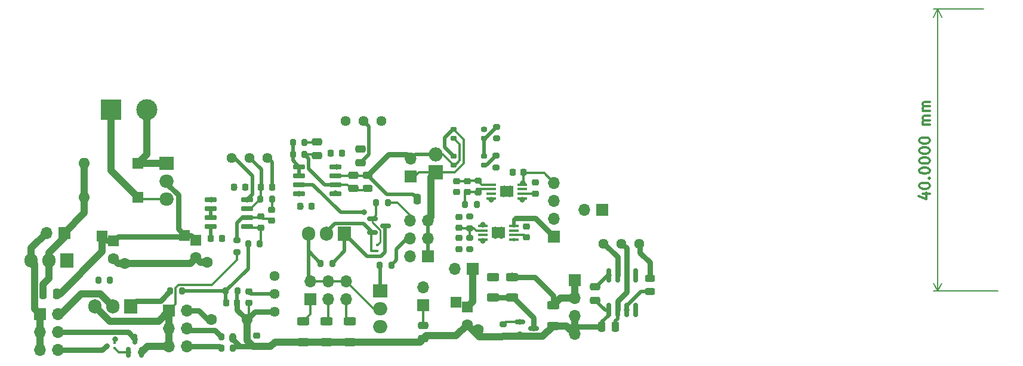
<source format=gtl>
%TF.GenerationSoftware,KiCad,Pcbnew,7.0.5-7.0.5~ubuntu23.04.1*%
%TF.CreationDate,2023-07-09T19:19:44+02:00*%
%TF.ProjectId,omega-pico,6f6d6567-612d-4706-9963-6f2e6b696361,rev?*%
%TF.SameCoordinates,Original*%
%TF.FileFunction,Copper,L1,Top*%
%TF.FilePolarity,Positive*%
%FSLAX46Y46*%
G04 Gerber Fmt 4.6, Leading zero omitted, Abs format (unit mm)*
G04 Created by KiCad (PCBNEW 7.0.5-7.0.5~ubuntu23.04.1) date 2023-07-09 19:19:44*
%MOMM*%
%LPD*%
G01*
G04 APERTURE LIST*
G04 Aperture macros list*
%AMRoundRect*
0 Rectangle with rounded corners*
0 $1 Rounding radius*
0 $2 $3 $4 $5 $6 $7 $8 $9 X,Y pos of 4 corners*
0 Add a 4 corners polygon primitive as box body*
4,1,4,$2,$3,$4,$5,$6,$7,$8,$9,$2,$3,0*
0 Add four circle primitives for the rounded corners*
1,1,$1+$1,$2,$3*
1,1,$1+$1,$4,$5*
1,1,$1+$1,$6,$7*
1,1,$1+$1,$8,$9*
0 Add four rect primitives between the rounded corners*
20,1,$1+$1,$2,$3,$4,$5,0*
20,1,$1+$1,$4,$5,$6,$7,0*
20,1,$1+$1,$6,$7,$8,$9,0*
20,1,$1+$1,$8,$9,$2,$3,0*%
G04 Aperture macros list end*
%ADD10C,0.300000*%
%TA.AperFunction,NonConductor*%
%ADD11C,0.300000*%
%TD*%
%TA.AperFunction,NonConductor*%
%ADD12C,0.200000*%
%TD*%
%TA.AperFunction,SMDPad,CuDef*%
%ADD13RoundRect,0.250000X-0.625000X0.312500X-0.625000X-0.312500X0.625000X-0.312500X0.625000X0.312500X0*%
%TD*%
%TA.AperFunction,ComponentPad*%
%ADD14C,1.440000*%
%TD*%
%TA.AperFunction,SMDPad,CuDef*%
%ADD15R,1.400000X0.450000*%
%TD*%
%TA.AperFunction,SMDPad,CuDef*%
%ADD16R,1.890000X1.570000*%
%TD*%
%TA.AperFunction,ComponentPad*%
%ADD17O,1.700000X1.700000*%
%TD*%
%TA.AperFunction,ComponentPad*%
%ADD18R,1.700000X1.700000*%
%TD*%
%TA.AperFunction,ComponentPad*%
%ADD19R,2.000000X2.000000*%
%TD*%
%TA.AperFunction,ComponentPad*%
%ADD20O,2.000000X2.000000*%
%TD*%
%TA.AperFunction,SMDPad,CuDef*%
%ADD21RoundRect,0.250000X0.250000X0.475000X-0.250000X0.475000X-0.250000X-0.475000X0.250000X-0.475000X0*%
%TD*%
%TA.AperFunction,SMDPad,CuDef*%
%ADD22RoundRect,0.225000X0.225000X0.250000X-0.225000X0.250000X-0.225000X-0.250000X0.225000X-0.250000X0*%
%TD*%
%TA.AperFunction,ComponentPad*%
%ADD23R,2.000000X1.905000*%
%TD*%
%TA.AperFunction,ComponentPad*%
%ADD24O,2.000000X1.905000*%
%TD*%
%TA.AperFunction,SMDPad,CuDef*%
%ADD25RoundRect,0.150000X-0.587500X-0.150000X0.587500X-0.150000X0.587500X0.150000X-0.587500X0.150000X0*%
%TD*%
%TA.AperFunction,SMDPad,CuDef*%
%ADD26RoundRect,0.200000X-0.200000X-0.275000X0.200000X-0.275000X0.200000X0.275000X-0.200000X0.275000X0*%
%TD*%
%TA.AperFunction,ComponentPad*%
%ADD27R,3.000000X3.000000*%
%TD*%
%TA.AperFunction,ComponentPad*%
%ADD28C,3.000000*%
%TD*%
%TA.AperFunction,ComponentPad*%
%ADD29C,1.600000*%
%TD*%
%TA.AperFunction,ComponentPad*%
%ADD30O,1.600000X1.600000*%
%TD*%
%TA.AperFunction,SMDPad,CuDef*%
%ADD31RoundRect,0.200000X0.275000X-0.200000X0.275000X0.200000X-0.275000X0.200000X-0.275000X-0.200000X0*%
%TD*%
%TA.AperFunction,SMDPad,CuDef*%
%ADD32RoundRect,0.150000X0.150000X-0.587500X0.150000X0.587500X-0.150000X0.587500X-0.150000X-0.587500X0*%
%TD*%
%TA.AperFunction,SMDPad,CuDef*%
%ADD33RoundRect,0.225000X-0.250000X0.225000X-0.250000X-0.225000X0.250000X-0.225000X0.250000X0.225000X0*%
%TD*%
%TA.AperFunction,SMDPad,CuDef*%
%ADD34RoundRect,0.243750X0.456250X-0.243750X0.456250X0.243750X-0.456250X0.243750X-0.456250X-0.243750X0*%
%TD*%
%TA.AperFunction,SMDPad,CuDef*%
%ADD35RoundRect,0.150000X0.725000X0.150000X-0.725000X0.150000X-0.725000X-0.150000X0.725000X-0.150000X0*%
%TD*%
%TA.AperFunction,SMDPad,CuDef*%
%ADD36RoundRect,0.225000X-0.225000X-0.250000X0.225000X-0.250000X0.225000X0.250000X-0.225000X0.250000X0*%
%TD*%
%TA.AperFunction,ComponentPad*%
%ADD37R,1.600000X1.600000*%
%TD*%
%TA.AperFunction,SMDPad,CuDef*%
%ADD38RoundRect,0.150000X-0.725000X-0.150000X0.725000X-0.150000X0.725000X0.150000X-0.725000X0.150000X0*%
%TD*%
%TA.AperFunction,SMDPad,CuDef*%
%ADD39RoundRect,0.150000X0.150000X-0.825000X0.150000X0.825000X-0.150000X0.825000X-0.150000X-0.825000X0*%
%TD*%
%TA.AperFunction,SMDPad,CuDef*%
%ADD40RoundRect,0.200000X0.200000X0.275000X-0.200000X0.275000X-0.200000X-0.275000X0.200000X-0.275000X0*%
%TD*%
%TA.AperFunction,SMDPad,CuDef*%
%ADD41RoundRect,0.250000X-0.475000X0.250000X-0.475000X-0.250000X0.475000X-0.250000X0.475000X0.250000X0*%
%TD*%
%TA.AperFunction,SMDPad,CuDef*%
%ADD42RoundRect,0.225000X0.250000X-0.225000X0.250000X0.225000X-0.250000X0.225000X-0.250000X-0.225000X0*%
%TD*%
%TA.AperFunction,ComponentPad*%
%ADD43R,1.905000X2.000000*%
%TD*%
%TA.AperFunction,ComponentPad*%
%ADD44O,1.905000X2.000000*%
%TD*%
%TA.AperFunction,SMDPad,CuDef*%
%ADD45RoundRect,0.250000X-0.250000X-0.475000X0.250000X-0.475000X0.250000X0.475000X-0.250000X0.475000X0*%
%TD*%
%TA.AperFunction,SMDPad,CuDef*%
%ADD46RoundRect,0.175000X0.275000X0.175000X-0.275000X0.175000X-0.275000X-0.175000X0.275000X-0.175000X0*%
%TD*%
%TA.AperFunction,SMDPad,CuDef*%
%ADD47RoundRect,0.250000X0.475000X-0.250000X0.475000X0.250000X-0.475000X0.250000X-0.475000X-0.250000X0*%
%TD*%
%TA.AperFunction,SMDPad,CuDef*%
%ADD48R,0.450000X0.400000*%
%TD*%
%TA.AperFunction,SMDPad,CuDef*%
%ADD49R,0.450000X0.500000*%
%TD*%
%TA.AperFunction,SMDPad,CuDef*%
%ADD50RoundRect,0.243750X-0.456250X0.243750X-0.456250X-0.243750X0.456250X-0.243750X0.456250X0.243750X0*%
%TD*%
%TA.AperFunction,ViaPad*%
%ADD51C,0.800000*%
%TD*%
%TA.AperFunction,ViaPad*%
%ADD52C,0.500000*%
%TD*%
%TA.AperFunction,Conductor*%
%ADD53C,0.500000*%
%TD*%
%TA.AperFunction,Conductor*%
%ADD54C,0.350000*%
%TD*%
%TA.AperFunction,Conductor*%
%ADD55C,0.750000*%
%TD*%
%TA.AperFunction,Conductor*%
%ADD56C,1.000000*%
%TD*%
%TA.AperFunction,Conductor*%
%ADD57C,0.800000*%
%TD*%
%TA.AperFunction,Conductor*%
%ADD58C,0.250000*%
%TD*%
G04 APERTURE END LIST*
D10*
D11*
X202448928Y-81956284D02*
X203448928Y-81956284D01*
X201877500Y-82313426D02*
X202948928Y-82670569D01*
X202948928Y-82670569D02*
X202948928Y-81741998D01*
X201948928Y-80884855D02*
X201948928Y-80741998D01*
X201948928Y-80741998D02*
X202020357Y-80599141D01*
X202020357Y-80599141D02*
X202091785Y-80527713D01*
X202091785Y-80527713D02*
X202234642Y-80456284D01*
X202234642Y-80456284D02*
X202520357Y-80384855D01*
X202520357Y-80384855D02*
X202877500Y-80384855D01*
X202877500Y-80384855D02*
X203163214Y-80456284D01*
X203163214Y-80456284D02*
X203306071Y-80527713D01*
X203306071Y-80527713D02*
X203377500Y-80599141D01*
X203377500Y-80599141D02*
X203448928Y-80741998D01*
X203448928Y-80741998D02*
X203448928Y-80884855D01*
X203448928Y-80884855D02*
X203377500Y-81027713D01*
X203377500Y-81027713D02*
X203306071Y-81099141D01*
X203306071Y-81099141D02*
X203163214Y-81170570D01*
X203163214Y-81170570D02*
X202877500Y-81241998D01*
X202877500Y-81241998D02*
X202520357Y-81241998D01*
X202520357Y-81241998D02*
X202234642Y-81170570D01*
X202234642Y-81170570D02*
X202091785Y-81099141D01*
X202091785Y-81099141D02*
X202020357Y-81027713D01*
X202020357Y-81027713D02*
X201948928Y-80884855D01*
X203306071Y-79741999D02*
X203377500Y-79670570D01*
X203377500Y-79670570D02*
X203448928Y-79741999D01*
X203448928Y-79741999D02*
X203377500Y-79813427D01*
X203377500Y-79813427D02*
X203306071Y-79741999D01*
X203306071Y-79741999D02*
X203448928Y-79741999D01*
X201948928Y-78741998D02*
X201948928Y-78599141D01*
X201948928Y-78599141D02*
X202020357Y-78456284D01*
X202020357Y-78456284D02*
X202091785Y-78384856D01*
X202091785Y-78384856D02*
X202234642Y-78313427D01*
X202234642Y-78313427D02*
X202520357Y-78241998D01*
X202520357Y-78241998D02*
X202877500Y-78241998D01*
X202877500Y-78241998D02*
X203163214Y-78313427D01*
X203163214Y-78313427D02*
X203306071Y-78384856D01*
X203306071Y-78384856D02*
X203377500Y-78456284D01*
X203377500Y-78456284D02*
X203448928Y-78599141D01*
X203448928Y-78599141D02*
X203448928Y-78741998D01*
X203448928Y-78741998D02*
X203377500Y-78884856D01*
X203377500Y-78884856D02*
X203306071Y-78956284D01*
X203306071Y-78956284D02*
X203163214Y-79027713D01*
X203163214Y-79027713D02*
X202877500Y-79099141D01*
X202877500Y-79099141D02*
X202520357Y-79099141D01*
X202520357Y-79099141D02*
X202234642Y-79027713D01*
X202234642Y-79027713D02*
X202091785Y-78956284D01*
X202091785Y-78956284D02*
X202020357Y-78884856D01*
X202020357Y-78884856D02*
X201948928Y-78741998D01*
X201948928Y-77313427D02*
X201948928Y-77170570D01*
X201948928Y-77170570D02*
X202020357Y-77027713D01*
X202020357Y-77027713D02*
X202091785Y-76956285D01*
X202091785Y-76956285D02*
X202234642Y-76884856D01*
X202234642Y-76884856D02*
X202520357Y-76813427D01*
X202520357Y-76813427D02*
X202877500Y-76813427D01*
X202877500Y-76813427D02*
X203163214Y-76884856D01*
X203163214Y-76884856D02*
X203306071Y-76956285D01*
X203306071Y-76956285D02*
X203377500Y-77027713D01*
X203377500Y-77027713D02*
X203448928Y-77170570D01*
X203448928Y-77170570D02*
X203448928Y-77313427D01*
X203448928Y-77313427D02*
X203377500Y-77456285D01*
X203377500Y-77456285D02*
X203306071Y-77527713D01*
X203306071Y-77527713D02*
X203163214Y-77599142D01*
X203163214Y-77599142D02*
X202877500Y-77670570D01*
X202877500Y-77670570D02*
X202520357Y-77670570D01*
X202520357Y-77670570D02*
X202234642Y-77599142D01*
X202234642Y-77599142D02*
X202091785Y-77527713D01*
X202091785Y-77527713D02*
X202020357Y-77456285D01*
X202020357Y-77456285D02*
X201948928Y-77313427D01*
X201948928Y-75884856D02*
X201948928Y-75741999D01*
X201948928Y-75741999D02*
X202020357Y-75599142D01*
X202020357Y-75599142D02*
X202091785Y-75527714D01*
X202091785Y-75527714D02*
X202234642Y-75456285D01*
X202234642Y-75456285D02*
X202520357Y-75384856D01*
X202520357Y-75384856D02*
X202877500Y-75384856D01*
X202877500Y-75384856D02*
X203163214Y-75456285D01*
X203163214Y-75456285D02*
X203306071Y-75527714D01*
X203306071Y-75527714D02*
X203377500Y-75599142D01*
X203377500Y-75599142D02*
X203448928Y-75741999D01*
X203448928Y-75741999D02*
X203448928Y-75884856D01*
X203448928Y-75884856D02*
X203377500Y-76027714D01*
X203377500Y-76027714D02*
X203306071Y-76099142D01*
X203306071Y-76099142D02*
X203163214Y-76170571D01*
X203163214Y-76170571D02*
X202877500Y-76241999D01*
X202877500Y-76241999D02*
X202520357Y-76241999D01*
X202520357Y-76241999D02*
X202234642Y-76170571D01*
X202234642Y-76170571D02*
X202091785Y-76099142D01*
X202091785Y-76099142D02*
X202020357Y-76027714D01*
X202020357Y-76027714D02*
X201948928Y-75884856D01*
X201948928Y-74456285D02*
X201948928Y-74313428D01*
X201948928Y-74313428D02*
X202020357Y-74170571D01*
X202020357Y-74170571D02*
X202091785Y-74099143D01*
X202091785Y-74099143D02*
X202234642Y-74027714D01*
X202234642Y-74027714D02*
X202520357Y-73956285D01*
X202520357Y-73956285D02*
X202877500Y-73956285D01*
X202877500Y-73956285D02*
X203163214Y-74027714D01*
X203163214Y-74027714D02*
X203306071Y-74099143D01*
X203306071Y-74099143D02*
X203377500Y-74170571D01*
X203377500Y-74170571D02*
X203448928Y-74313428D01*
X203448928Y-74313428D02*
X203448928Y-74456285D01*
X203448928Y-74456285D02*
X203377500Y-74599143D01*
X203377500Y-74599143D02*
X203306071Y-74670571D01*
X203306071Y-74670571D02*
X203163214Y-74742000D01*
X203163214Y-74742000D02*
X202877500Y-74813428D01*
X202877500Y-74813428D02*
X202520357Y-74813428D01*
X202520357Y-74813428D02*
X202234642Y-74742000D01*
X202234642Y-74742000D02*
X202091785Y-74670571D01*
X202091785Y-74670571D02*
X202020357Y-74599143D01*
X202020357Y-74599143D02*
X201948928Y-74456285D01*
X203448928Y-72170572D02*
X202448928Y-72170572D01*
X202591785Y-72170572D02*
X202520357Y-72099143D01*
X202520357Y-72099143D02*
X202448928Y-71956286D01*
X202448928Y-71956286D02*
X202448928Y-71742000D01*
X202448928Y-71742000D02*
X202520357Y-71599143D01*
X202520357Y-71599143D02*
X202663214Y-71527715D01*
X202663214Y-71527715D02*
X203448928Y-71527715D01*
X202663214Y-71527715D02*
X202520357Y-71456286D01*
X202520357Y-71456286D02*
X202448928Y-71313429D01*
X202448928Y-71313429D02*
X202448928Y-71099143D01*
X202448928Y-71099143D02*
X202520357Y-70956286D01*
X202520357Y-70956286D02*
X202663214Y-70884857D01*
X202663214Y-70884857D02*
X203448928Y-70884857D01*
X203448928Y-70170572D02*
X202448928Y-70170572D01*
X202591785Y-70170572D02*
X202520357Y-70099143D01*
X202520357Y-70099143D02*
X202448928Y-69956286D01*
X202448928Y-69956286D02*
X202448928Y-69742000D01*
X202448928Y-69742000D02*
X202520357Y-69599143D01*
X202520357Y-69599143D02*
X202663214Y-69527715D01*
X202663214Y-69527715D02*
X203448928Y-69527715D01*
X202663214Y-69527715D02*
X202520357Y-69456286D01*
X202520357Y-69456286D02*
X202448928Y-69313429D01*
X202448928Y-69313429D02*
X202448928Y-69099143D01*
X202448928Y-69099143D02*
X202520357Y-68956286D01*
X202520357Y-68956286D02*
X202663214Y-68884857D01*
X202663214Y-68884857D02*
X203448928Y-68884857D01*
D12*
X211081000Y-55742000D02*
X203984180Y-55742000D01*
X203984180Y-95742000D02*
X213081000Y-95742000D01*
X204570600Y-55742000D02*
X204570600Y-95742000D01*
X204570600Y-55742000D02*
X204570600Y-95742000D01*
X204570600Y-55742000D02*
X205157021Y-56868504D01*
X204570600Y-55742000D02*
X203984179Y-56868504D01*
X204570600Y-95742000D02*
X203984179Y-94615496D01*
X204570600Y-95742000D02*
X205157021Y-94615496D01*
D13*
X114578000Y-100072000D03*
X114578000Y-102997000D03*
D14*
X125603000Y-71628000D03*
X123063000Y-71628000D03*
X120523000Y-71628000D03*
D13*
X121158000Y-100072000D03*
X121158000Y-102997000D03*
D15*
X140040000Y-86515000D03*
X140040000Y-87165000D03*
X140040000Y-87815000D03*
X140040000Y-88465000D03*
X144440000Y-88465000D03*
X144440000Y-87815000D03*
X144440000Y-87165000D03*
X144440000Y-86515000D03*
D16*
X142240000Y-87490000D03*
D17*
X79756000Y-104140000D03*
X77216000Y-104140000D03*
X79756000Y-101600000D03*
X77216000Y-101600000D03*
X79756000Y-99060000D03*
D18*
X77216000Y-99060000D03*
D19*
X133350000Y-78867000D03*
D20*
X133350000Y-76327000D03*
D14*
X162254000Y-89027000D03*
X159714000Y-89027000D03*
X157174000Y-89027000D03*
D15*
X141254812Y-80640400D03*
X141254812Y-81290400D03*
X141254812Y-81940400D03*
X141254812Y-82590400D03*
X145654812Y-82590400D03*
X145654812Y-81940400D03*
X145654812Y-81290400D03*
X145654812Y-80640400D03*
D16*
X143454812Y-81615400D03*
D21*
X156911000Y-100838000D03*
X158811000Y-100838000D03*
D18*
X131572000Y-97790000D03*
D17*
X131572000Y-95250000D03*
D22*
X145809000Y-78867000D03*
X144259000Y-78867000D03*
D23*
X95174000Y-77648000D03*
D24*
X95174000Y-80188000D03*
X95174000Y-82728000D03*
D25*
X124363000Y-85537000D03*
X124363000Y-87437000D03*
X126238000Y-86487000D03*
D26*
X85471000Y-94234000D03*
X87121000Y-94234000D03*
D27*
X87300000Y-70028000D03*
D28*
X92380000Y-70028000D03*
D29*
X101473000Y-99822000D03*
D30*
X106553000Y-99822000D03*
D31*
X141859000Y-78218670D03*
X141859000Y-76568670D03*
D32*
X89728000Y-104442500D03*
X91628000Y-104442500D03*
X90678000Y-102567500D03*
D33*
X136652000Y-88252000D03*
X136652000Y-89802000D03*
D34*
X123663000Y-81201500D03*
X123663000Y-79326500D03*
D35*
X106553000Y-86614000D03*
X106553000Y-85344000D03*
X106553000Y-84074000D03*
X106553000Y-82804000D03*
X101403000Y-82804000D03*
X101403000Y-84074000D03*
X101403000Y-85344000D03*
X101403000Y-86614000D03*
D21*
X79563000Y-96139000D03*
X77663000Y-96139000D03*
D13*
X141478000Y-93787500D03*
X141478000Y-96712500D03*
D36*
X108572000Y-81026000D03*
X110122000Y-81026000D03*
D18*
X156972000Y-84201000D03*
D17*
X154432000Y-84201000D03*
D37*
X91110000Y-82474000D03*
D30*
X83490000Y-82474000D03*
D22*
X106312000Y-81026000D03*
X104762000Y-81026000D03*
D38*
X119126000Y-78105000D03*
X119126000Y-79375000D03*
X119126000Y-80645000D03*
X119126000Y-81915000D03*
X113976000Y-81915000D03*
X113976000Y-80645000D03*
X113976000Y-79375000D03*
X113976000Y-78105000D03*
D39*
X157861000Y-98487000D03*
X159131000Y-98487000D03*
X160401000Y-98487000D03*
X161671000Y-98487000D03*
X161671000Y-93537000D03*
X160401000Y-93537000D03*
X159131000Y-93537000D03*
X157861000Y-93537000D03*
D26*
X124905000Y-83185000D03*
X126555000Y-83185000D03*
D33*
X137825812Y-80162400D03*
X137825812Y-81712400D03*
D40*
X139158812Y-83477400D03*
X137508812Y-83477400D03*
D33*
X136652000Y-85237000D03*
X136652000Y-86787000D03*
D41*
X131572000Y-100650000D03*
X131572000Y-102550000D03*
D36*
X101460000Y-88265000D03*
X103010000Y-88265000D03*
D18*
X80645000Y-87503000D03*
D17*
X78105000Y-87503000D03*
X153035000Y-101854000D03*
X153035000Y-99314000D03*
X153035000Y-96774000D03*
D18*
X153035000Y-94234000D03*
D42*
X147447000Y-81928000D03*
X147447000Y-80378000D03*
D36*
X103619000Y-97409000D03*
X105169000Y-97409000D03*
D22*
X120015000Y-76200000D03*
X118465000Y-76200000D03*
D43*
X81026000Y-91440000D03*
D44*
X78486000Y-91440000D03*
X75946000Y-91440000D03*
D23*
X125476000Y-95758000D03*
D24*
X125476000Y-98298000D03*
X125476000Y-100838000D03*
D45*
X130749000Y-82677000D03*
X132649000Y-82677000D03*
D18*
X150114000Y-88011000D03*
D17*
X150114000Y-85471000D03*
X150114000Y-82931000D03*
X150114000Y-80391000D03*
D46*
X140208000Y-74041000D03*
X140208000Y-72771000D03*
X135858000Y-72771000D03*
X135858000Y-74041000D03*
D13*
X149987000Y-97786000D03*
X149987000Y-100711000D03*
D18*
X129794000Y-79502000D03*
D17*
X129794000Y-76962000D03*
D26*
X95695000Y-95758000D03*
X97345000Y-95758000D03*
D13*
X117868000Y-100072000D03*
X117868000Y-102997000D03*
D42*
X146177000Y-88138000D03*
X146177000Y-86588000D03*
D43*
X90043000Y-97917000D03*
D44*
X87503000Y-97917000D03*
X84963000Y-97917000D03*
D47*
X122682000Y-77531000D03*
X122682000Y-75631000D03*
D26*
X108487000Y-82677000D03*
X110137000Y-82677000D03*
D13*
X144145000Y-93787500D03*
X144145000Y-96712500D03*
D40*
X114744000Y-74676000D03*
X113094000Y-74676000D03*
D48*
X87824000Y-103905000D03*
X87824000Y-103105000D03*
D49*
X86674000Y-103505000D03*
D33*
X108550000Y-85204000D03*
X108550000Y-86754000D03*
D31*
X142875000Y-102167000D03*
X142875000Y-100517000D03*
X105156000Y-90233000D03*
X105156000Y-88583000D03*
D48*
X125028000Y-89262000D03*
X125028000Y-90062000D03*
D49*
X126178000Y-89662000D03*
D33*
X136301812Y-80162400D03*
X136301812Y-81712400D03*
D26*
X102934000Y-103886000D03*
X104584000Y-103886000D03*
D41*
X116459000Y-74615000D03*
X116459000Y-76515000D03*
X155956000Y-95189000D03*
X155956000Y-97089000D03*
D18*
X132207000Y-90805000D03*
D17*
X129667000Y-90805000D03*
X132207000Y-88265000D03*
X129667000Y-88265000D03*
X132207000Y-85725000D03*
X129667000Y-85725000D03*
D25*
X145318000Y-100138000D03*
X145318000Y-102038000D03*
X147193000Y-101088000D03*
D46*
X140208000Y-77851000D03*
X140208000Y-76581000D03*
X135858000Y-76581000D03*
X135858000Y-77851000D03*
D42*
X110074000Y-85751000D03*
X110074000Y-84201000D03*
D31*
X138176000Y-89852000D03*
X138176000Y-88202000D03*
D26*
X106744000Y-89033500D03*
X108394000Y-89033500D03*
D37*
X91110000Y-77648000D03*
D30*
X83490000Y-77648000D03*
D26*
X125413000Y-92075000D03*
X127063000Y-92075000D03*
X117031000Y-91821000D03*
X118681000Y-91821000D03*
D40*
X114744000Y-76327000D03*
X113094000Y-76327000D03*
D47*
X121631000Y-81214000D03*
X121631000Y-79314000D03*
D42*
X107950000Y-103645000D03*
X107950000Y-102095000D03*
D31*
X138176000Y-86837000D03*
X138176000Y-85187000D03*
D18*
X95524063Y-98571312D03*
D17*
X98064063Y-98571312D03*
X95524063Y-101111312D03*
X98064063Y-101111312D03*
X95524063Y-103651312D03*
X98064063Y-103651312D03*
D43*
X120396000Y-87630000D03*
D44*
X117856000Y-87630000D03*
X115316000Y-87630000D03*
D40*
X105219000Y-95758000D03*
X103569000Y-95758000D03*
D50*
X163703000Y-93931500D03*
X163703000Y-95806500D03*
D42*
X106807000Y-97409000D03*
X106807000Y-95859000D03*
D26*
X102934000Y-102235000D03*
X104584000Y-102235000D03*
D14*
X110490000Y-98679000D03*
X110490000Y-96139000D03*
X110490000Y-93599000D03*
D18*
X115570000Y-96901000D03*
D17*
X115570000Y-94361000D03*
X118110000Y-96901000D03*
X118110000Y-94361000D03*
X120650000Y-96901000D03*
X120650000Y-94361000D03*
D31*
X139349812Y-81762400D03*
X139349812Y-80112400D03*
D14*
X109474000Y-76835000D03*
X106934000Y-76835000D03*
X104394000Y-76835000D03*
D31*
X141986000Y-74104000D03*
X141986000Y-72454000D03*
D18*
X138557000Y-92583000D03*
D17*
X136017000Y-92583000D03*
D36*
X114160000Y-83693000D03*
X115710000Y-83693000D03*
D37*
X97714000Y-87848063D03*
X99314000Y-88519000D03*
D29*
X99314000Y-91019000D03*
X100914000Y-91689937D03*
D37*
X136195000Y-97373063D03*
X137795000Y-98044000D03*
D29*
X137795000Y-100544000D03*
X139395000Y-101214937D03*
D37*
X86030000Y-87975063D03*
X87630000Y-88646000D03*
D29*
X87630000Y-91146000D03*
X89230000Y-91816937D03*
D51*
X101473000Y-82804000D03*
X89728000Y-104442500D03*
X141795500Y-87045500D03*
X140192000Y-72771000D03*
X147447000Y-80378000D03*
X141795500Y-87934500D03*
X103010000Y-88265000D03*
X141986000Y-74105000D03*
X136652000Y-89802000D03*
X122682000Y-75631000D03*
X143032812Y-82067400D03*
X143881006Y-82067400D03*
X143891000Y-81153000D03*
X104775000Y-81026000D03*
X110122000Y-81026000D03*
X139158812Y-83477400D03*
X143042806Y-81153000D03*
X142684500Y-87934500D03*
X115710000Y-83693000D03*
X146177000Y-86588000D03*
X144259000Y-78867000D03*
X140040000Y-88639502D03*
X138176000Y-89852000D03*
X136301812Y-81712400D03*
X142684500Y-87045500D03*
X141254812Y-82764902D03*
X118478000Y-76200000D03*
X157861000Y-93537000D03*
X140040000Y-86340498D03*
X119253000Y-78105000D03*
X136652000Y-85220000D03*
X136652000Y-88252000D03*
X120015000Y-76200000D03*
X141859000Y-78232000D03*
X101460000Y-88265000D03*
X138176000Y-85187000D03*
X136301812Y-80162400D03*
X106299000Y-81026000D03*
X114173000Y-83693000D03*
X106553000Y-82804000D03*
X113976000Y-81915000D03*
X119126000Y-81827500D03*
X122682000Y-77531000D03*
D52*
X144440000Y-86490498D03*
X144440000Y-88489502D03*
D51*
X145654812Y-82764902D03*
X145699812Y-80465898D03*
X144145000Y-93533500D03*
X123190000Y-84582000D03*
X79563000Y-96139000D03*
X107950000Y-102095000D03*
X141478000Y-93787500D03*
X145318000Y-100138000D03*
X160401000Y-98487000D03*
X87884000Y-102616000D03*
X85471000Y-94234000D03*
X87122000Y-94234000D03*
X106807000Y-95885000D03*
D53*
X124363000Y-87437000D02*
X123082800Y-86156800D01*
X123082800Y-86156800D02*
X119075200Y-86156800D01*
X119075200Y-86156800D02*
X117856000Y-87376000D01*
X117856000Y-87376000D02*
X117856000Y-87630000D01*
X123190000Y-84582000D02*
X119857340Y-84582000D01*
X119857340Y-84582000D02*
X115920340Y-80645000D01*
X115920340Y-80645000D02*
X113976000Y-80645000D01*
D54*
X108550000Y-86754000D02*
X106693000Y-86754000D01*
X106693000Y-86754000D02*
X106553000Y-86614000D01*
D53*
X105156000Y-88583000D02*
X105156000Y-86106000D01*
X105918000Y-85344000D02*
X106553000Y-85344000D01*
X105156000Y-86106000D02*
X105918000Y-85344000D01*
X159131000Y-98487000D02*
X159131000Y-99695000D01*
X159131000Y-99695000D02*
X158811000Y-100015000D01*
X158811000Y-100015000D02*
X158811000Y-100838000D01*
X156911000Y-100838000D02*
X156911000Y-100137000D01*
D55*
X150114000Y-100838000D02*
X156781000Y-100838000D01*
D53*
X156911000Y-100137000D02*
X157861000Y-99187000D01*
X157861000Y-99187000D02*
X157861000Y-98487000D01*
D55*
X156781000Y-100838000D02*
X156846000Y-100903000D01*
X149987000Y-100711000D02*
X150114000Y-100838000D01*
D53*
X110122000Y-81026000D02*
X110122000Y-77483000D01*
X110122000Y-77483000D02*
X109474000Y-76835000D01*
X133350000Y-76327000D02*
X130429000Y-76327000D01*
X130429000Y-76327000D02*
X129794000Y-76962000D01*
X144440000Y-86490498D02*
X144440000Y-85607800D01*
X144440000Y-85607800D02*
X144653000Y-85394800D01*
D55*
X150114000Y-88011000D02*
X147497800Y-85394800D01*
X147497800Y-85394800D02*
X144653000Y-85394800D01*
D56*
X132207000Y-85725000D02*
X132649000Y-85283000D01*
X132649000Y-85283000D02*
X132649000Y-79568000D01*
X132649000Y-79568000D02*
X133350000Y-78867000D01*
D53*
X119126000Y-80645000D02*
X117602000Y-80645000D01*
X117602000Y-80645000D02*
X115341400Y-78384400D01*
X115341400Y-78384400D02*
X115341400Y-76924400D01*
X115341400Y-76924400D02*
X114744000Y-76327000D01*
X126178000Y-89662000D02*
X126178000Y-86547000D01*
X126178000Y-86547000D02*
X126238000Y-86487000D01*
X126178000Y-89662000D02*
X126178000Y-90262000D01*
X123647200Y-90881200D02*
X120396000Y-87630000D01*
X126178000Y-90262000D02*
X125558800Y-90881200D01*
X125558800Y-90881200D02*
X123647200Y-90881200D01*
X115316000Y-88265000D02*
X115316000Y-94107000D01*
X115316000Y-94107000D02*
X115570000Y-94361000D01*
X135858000Y-76581000D02*
X134594600Y-75317600D01*
X134594600Y-75317600D02*
X134594600Y-73970517D01*
X134594600Y-73970517D02*
X135794117Y-72771000D01*
X135794117Y-72771000D02*
X135858000Y-72771000D01*
X160401000Y-98039538D02*
X160401000Y-97863969D01*
X160401000Y-97863969D02*
X162458469Y-95806500D01*
X162458469Y-95806500D02*
X162634038Y-95806500D01*
D56*
X145318000Y-102038000D02*
X145489600Y-102209600D01*
X145489600Y-102209600D02*
X148488400Y-102209600D01*
X148488400Y-102209600D02*
X149987000Y-100711000D01*
D55*
X104584000Y-103886000D02*
X104825000Y-103645000D01*
X104825000Y-103645000D02*
X107707312Y-103645000D01*
D56*
X106553000Y-99822000D02*
X106553000Y-102743000D01*
X106553000Y-102743000D02*
X107455000Y-103645000D01*
X107455000Y-103645000D02*
X107823000Y-103645000D01*
D55*
X107823000Y-103645000D02*
X105613000Y-103645000D01*
X105613000Y-103645000D02*
X104584000Y-102616000D01*
D56*
X104584000Y-102616000D02*
X104584000Y-102235000D01*
X110581000Y-102997000D02*
X109933000Y-103645000D01*
X114578000Y-102997000D02*
X110581000Y-102997000D01*
X109933000Y-103645000D02*
X107823000Y-103645000D01*
D55*
X98064063Y-103651312D02*
X102699312Y-103651312D01*
X102699312Y-103651312D02*
X102934000Y-103886000D01*
X102934000Y-102235000D02*
X102045000Y-101346000D01*
X102045000Y-101346000D02*
X98298751Y-101346000D01*
X98298751Y-101346000D02*
X98064063Y-101111312D01*
D53*
X101403000Y-84074000D02*
X101403000Y-85344000D01*
D54*
X101403000Y-82804000D02*
X101473000Y-82804000D01*
X108550000Y-88877500D02*
X108550000Y-86754000D01*
D56*
X78486000Y-93980000D02*
X78486000Y-91440000D01*
X77663000Y-96139000D02*
X77663000Y-94803000D01*
X77663000Y-94803000D02*
X78486000Y-93980000D01*
X100914000Y-91689937D02*
X99984937Y-91689937D01*
X80645000Y-88138000D02*
X78486000Y-90297000D01*
X98516063Y-91816937D02*
X99314000Y-91019000D01*
X83490000Y-77648000D02*
X83490000Y-82474000D01*
X83490000Y-82474000D02*
X83490000Y-84658000D01*
X78486000Y-90297000D02*
X78486000Y-91440000D01*
X89230000Y-91816937D02*
X88300937Y-91816937D01*
X88300937Y-91816937D02*
X87630000Y-91146000D01*
X89230000Y-91816937D02*
X98516063Y-91816937D01*
X99984937Y-91689937D02*
X99314000Y-91019000D01*
X83490000Y-84658000D02*
X80645000Y-87503000D01*
D54*
X110074000Y-85751000D02*
X109794000Y-85471000D01*
X108410000Y-85344000D02*
X106553000Y-85344000D01*
X109794000Y-85471000D02*
X108817000Y-85471000D01*
X110137000Y-84138000D02*
X110137000Y-82677000D01*
D55*
X94298000Y-97155000D02*
X90805000Y-97155000D01*
D54*
X89728000Y-104442500D02*
X88361500Y-104442500D01*
D55*
X90805000Y-97155000D02*
X90043000Y-97917000D01*
X95695000Y-95758000D02*
X94298000Y-97155000D01*
D54*
X88361500Y-104442500D02*
X87824000Y-103905000D01*
D56*
X137795000Y-100544000D02*
X139545000Y-102294000D01*
X153035000Y-101854000D02*
X151892000Y-100711000D01*
D54*
X104762000Y-81026000D02*
X104775000Y-81026000D01*
D55*
X107696000Y-98679000D02*
X106553000Y-99822000D01*
D54*
X141254812Y-82764902D02*
X141254812Y-82590400D01*
D56*
X145189000Y-102167000D02*
X145318000Y-102038000D01*
D54*
X118465000Y-76200000D02*
X118478000Y-76200000D01*
D55*
X110490000Y-98679000D02*
X107696000Y-98679000D01*
D56*
X142875000Y-102167000D02*
X145189000Y-102167000D01*
D54*
X140040000Y-88639502D02*
X140040000Y-88465000D01*
D56*
X114578000Y-102997000D02*
X117868000Y-102997000D01*
D53*
X157861000Y-98487000D02*
X157354000Y-98487000D01*
D55*
X130998000Y-103124000D02*
X131572000Y-102550000D01*
D56*
X153035000Y-101854000D02*
X153035000Y-99314000D01*
X131572000Y-102550000D02*
X131982126Y-102139874D01*
D53*
X157354000Y-98487000D02*
X155956000Y-97089000D01*
D56*
X131982126Y-102139874D02*
X136199126Y-102139874D01*
D54*
X106807000Y-97409000D02*
X106807000Y-99568000D01*
D56*
X136199126Y-102139874D02*
X137795000Y-100544000D01*
X151892000Y-100711000D02*
X149987000Y-100711000D01*
X121158000Y-102997000D02*
X131125000Y-102997000D01*
D53*
X105126063Y-97366063D02*
X105126063Y-95850937D01*
D56*
X142748000Y-102294000D02*
X142875000Y-102167000D01*
X131125000Y-102997000D02*
X131572000Y-102550000D01*
D55*
X106553000Y-99822000D02*
X105169000Y-98438000D01*
X105169000Y-98438000D02*
X105169000Y-97409000D01*
D56*
X139545000Y-102294000D02*
X142748000Y-102294000D01*
X117868000Y-102997000D02*
X121158000Y-102997000D01*
D53*
X156083000Y-95189000D02*
X157735000Y-93537000D01*
D54*
X155956000Y-95189000D02*
X156083000Y-95189000D01*
X131572000Y-100650000D02*
X131572000Y-97790000D01*
D53*
X108585000Y-78486000D02*
X108585000Y-81013000D01*
X106934000Y-76835000D02*
X108585000Y-78486000D01*
X108585000Y-81013000D02*
X108572000Y-81026000D01*
D54*
X108572000Y-81026000D02*
X108572000Y-82592000D01*
X108487000Y-82677000D02*
X107090000Y-84074000D01*
D55*
X160401000Y-93537000D02*
X160401000Y-95885000D01*
X160401000Y-89662000D02*
X159766000Y-89027000D01*
X159131000Y-97155000D02*
X159131000Y-98487000D01*
X160401000Y-95885000D02*
X159131000Y-97155000D01*
X160401000Y-93537000D02*
X160401000Y-89662000D01*
D53*
X101403000Y-88208000D02*
X101403000Y-86614000D01*
X101460000Y-88265000D02*
X101403000Y-88208000D01*
D54*
X140040000Y-86340498D02*
X140040000Y-86515000D01*
X141254812Y-80640400D02*
X139877812Y-80640400D01*
X139349812Y-80112400D02*
X137875812Y-80112400D01*
X106312000Y-81026000D02*
X106299000Y-81026000D01*
X137825812Y-80162400D02*
X136301812Y-80162400D01*
D53*
X104521000Y-76962000D02*
X104902000Y-76962000D01*
X107315000Y-79375000D02*
X107315000Y-82042000D01*
X107315000Y-82042000D02*
X106553000Y-82804000D01*
D55*
X114160000Y-83693000D02*
X114173000Y-83693000D01*
D53*
X104902000Y-76962000D02*
X107315000Y-79375000D01*
D54*
X139877812Y-80640400D02*
X139349812Y-80112400D01*
X116398000Y-74676000D02*
X116459000Y-74615000D01*
X114744000Y-74676000D02*
X116398000Y-74676000D01*
X120777000Y-80645000D02*
X119126000Y-80645000D01*
X121885000Y-81148000D02*
X121280000Y-81148000D01*
X114744000Y-76327000D02*
X116271000Y-76327000D01*
X121280000Y-81148000D02*
X120777000Y-80645000D01*
X123965500Y-81407000D02*
X122144000Y-81407000D01*
X116271000Y-76327000D02*
X116459000Y-76515000D01*
D53*
X126378500Y-82042000D02*
X123663000Y-79326500D01*
D54*
X136763000Y-77216000D02*
X136128000Y-77851000D01*
X136763000Y-74946000D02*
X136763000Y-77216000D01*
X121758000Y-79375000D02*
X119126000Y-79375000D01*
D55*
X129159000Y-76327000D02*
X126662500Y-76327000D01*
D54*
X133350000Y-76327000D02*
X134334000Y-76327000D01*
X135858000Y-74041000D02*
X136763000Y-74946000D01*
D53*
X130114000Y-82042000D02*
X126378500Y-82042000D01*
D55*
X126662500Y-76327000D02*
X123663000Y-79326500D01*
D54*
X122326000Y-79375000D02*
X122169000Y-79532000D01*
D53*
X130749000Y-82677000D02*
X130114000Y-82042000D01*
D54*
X134334000Y-76327000D02*
X135858000Y-77851000D01*
D55*
X129794000Y-76962000D02*
X129159000Y-76327000D01*
D54*
X123808500Y-79375000D02*
X122326000Y-79375000D01*
D53*
X123063000Y-71628000D02*
X123857000Y-72422000D01*
X123857000Y-76356000D02*
X122682000Y-77531000D01*
X119126000Y-81915000D02*
X119126000Y-81827500D01*
X123857000Y-72422000D02*
X123857000Y-76356000D01*
D54*
X133350000Y-78867000D02*
X136069817Y-78867000D01*
X130937000Y-78867000D02*
X130048000Y-79756000D01*
X133350000Y-78867000D02*
X130937000Y-78867000D01*
X137313000Y-77623817D02*
X137313000Y-74226000D01*
D53*
X132207000Y-88265000D02*
X132207000Y-90805000D01*
D54*
X137313000Y-74226000D02*
X135858000Y-72771000D01*
D53*
X132207000Y-85725000D02*
X132207000Y-88265000D01*
D54*
X136069817Y-78867000D02*
X137313000Y-77623817D01*
X145854000Y-87815000D02*
X146177000Y-88138000D01*
X144440000Y-87815000D02*
X145854000Y-87815000D01*
X138176000Y-88202000D02*
X138176000Y-86837000D01*
X138756500Y-86837000D02*
X138176000Y-86837000D01*
X138176000Y-86837000D02*
X136702000Y-86837000D01*
X140040000Y-87165000D02*
X139084500Y-87165000D01*
X139084500Y-87165000D02*
X138756500Y-86837000D01*
X146679812Y-81940400D02*
X145654812Y-81940400D01*
X146692212Y-81928000D02*
X146679812Y-81940400D01*
X147447000Y-81928000D02*
X146692212Y-81928000D01*
X137825812Y-81712400D02*
X139299812Y-81712400D01*
X141254812Y-81290400D02*
X139173812Y-81290400D01*
X137508812Y-82029400D02*
X137825812Y-81712400D01*
X137508812Y-83477400D02*
X137508812Y-82029400D01*
X139808812Y-81303400D02*
X139349812Y-81762400D01*
X145796000Y-78880000D02*
X145796000Y-80499212D01*
X145654812Y-80510898D02*
X145699812Y-80465898D01*
X145796000Y-80499212D02*
X145654812Y-80640400D01*
X148717000Y-78994000D02*
X145936000Y-78994000D01*
X145654812Y-80640400D02*
X145654812Y-80510898D01*
X145654812Y-82764902D02*
X145654812Y-82590400D01*
X150114000Y-80391000D02*
X148717000Y-78994000D01*
D56*
X92380000Y-76378000D02*
X91110000Y-77648000D01*
X92380000Y-70028000D02*
X92380000Y-76378000D01*
X95174000Y-77648000D02*
X91110000Y-77648000D01*
X86030000Y-90180000D02*
X80071000Y-96139000D01*
X86030000Y-87975063D02*
X86030000Y-90180000D01*
X153035000Y-96774000D02*
X153035000Y-94234000D01*
D57*
X86700937Y-88646000D02*
X86030000Y-87975063D01*
X95174000Y-80484933D02*
X96825000Y-82135933D01*
D56*
X150999000Y-96774000D02*
X149987000Y-97786000D01*
X153035000Y-96774000D02*
X150999000Y-96774000D01*
D54*
X124203000Y-87597000D02*
X124203000Y-90062000D01*
D57*
X87630000Y-88646000D02*
X86700937Y-88646000D01*
D56*
X80071000Y-96139000D02*
X79563000Y-96139000D01*
D57*
X88260937Y-88015063D02*
X87630000Y-88646000D01*
X98643063Y-87848063D02*
X99314000Y-88519000D01*
X97714000Y-87848063D02*
X98643063Y-87848063D01*
X96825000Y-82135933D02*
X96825000Y-86959063D01*
D54*
X124203000Y-90062000D02*
X125028000Y-90062000D01*
D57*
X96825000Y-86959063D02*
X97714000Y-87848063D01*
X97547000Y-88015063D02*
X88260937Y-88015063D01*
X149987000Y-96393000D02*
X149987000Y-97786000D01*
X147381500Y-93787500D02*
X149987000Y-96393000D01*
X144145000Y-93787500D02*
X147381500Y-93787500D01*
X97714000Y-87848063D02*
X97547000Y-88015063D01*
D56*
X87300000Y-70028000D02*
X87300000Y-78664000D01*
X87300000Y-78664000D02*
X91110000Y-82474000D01*
D54*
X91364000Y-82728000D02*
X95174000Y-82728000D01*
X120650000Y-99564000D02*
X120650000Y-96901000D01*
X121158000Y-100072000D02*
X120650000Y-99564000D01*
D55*
X90678000Y-102567500D02*
X89710500Y-101600000D01*
X89710500Y-101600000D02*
X79756000Y-101600000D01*
D54*
X145318000Y-100138000D02*
X143254000Y-100138000D01*
D53*
X160401000Y-98487000D02*
X160401000Y-98039538D01*
D54*
X143254000Y-100138000D02*
X142875000Y-100517000D01*
D53*
X162634038Y-95806500D02*
X163703000Y-95806500D01*
D55*
X141480000Y-96710500D02*
X144335500Y-96710500D01*
X141478000Y-96712500D02*
X141480000Y-96710500D01*
X147193000Y-99568000D02*
X147193000Y-101088000D01*
X144335500Y-96710500D02*
X147193000Y-99568000D01*
X86039000Y-104140000D02*
X79756000Y-104140000D01*
X86674000Y-103505000D02*
X86039000Y-104140000D01*
D56*
X138557000Y-92583000D02*
X138557000Y-97282000D01*
X138557000Y-97282000D02*
X137795000Y-98044000D01*
D54*
X124905000Y-83185000D02*
X124905000Y-84995000D01*
D58*
X125028000Y-89262000D02*
X125476000Y-88814000D01*
X125476000Y-88814000D02*
X125476000Y-87140749D01*
D54*
X124905000Y-84995000D02*
X124363000Y-85537000D01*
D58*
X124363000Y-86027749D02*
X124363000Y-85537000D01*
X125476000Y-87140749D02*
X124363000Y-86027749D01*
D53*
X120396000Y-90106000D02*
X120396000Y-87630000D01*
X118681000Y-91821000D02*
X120396000Y-90106000D01*
X140576670Y-77851000D02*
X141859000Y-76568670D01*
X140208000Y-77851000D02*
X140576670Y-77851000D01*
X140399000Y-74041000D02*
X141986000Y-72454000D01*
X140208000Y-76581000D02*
X140208000Y-74041000D01*
D55*
X163703000Y-91694000D02*
X162306000Y-90297000D01*
X163703000Y-93931500D02*
X163703000Y-91694000D01*
X162306000Y-90297000D02*
X162306000Y-89027000D01*
D53*
X125476000Y-95758000D02*
X125476000Y-92138000D01*
X113976000Y-78105000D02*
X113976000Y-79375000D01*
X113094000Y-76771000D02*
X113094000Y-77223000D01*
X113094000Y-74930000D02*
X113094000Y-76327000D01*
X113094000Y-76327000D02*
X113094000Y-76771000D01*
X113094000Y-77223000D02*
X113976000Y-78105000D01*
D55*
X159131000Y-90932000D02*
X157226000Y-89027000D01*
X159131000Y-93537000D02*
X159131000Y-90932000D01*
D56*
X85725000Y-96139000D02*
X83058000Y-96139000D01*
X83058000Y-96139000D02*
X80137000Y-99060000D01*
X87503000Y-97917000D02*
X85725000Y-96139000D01*
D55*
X98064063Y-98571312D02*
X99714312Y-98571312D01*
X99714312Y-98571312D02*
X101219000Y-100076000D01*
D54*
X96862000Y-94908000D02*
X96470000Y-95300000D01*
X105156000Y-91313000D02*
X101561000Y-94908000D01*
D56*
X87122000Y-100076000D02*
X94019375Y-100076000D01*
X95524063Y-101111312D02*
X95524063Y-103651312D01*
X94019375Y-100076000D02*
X95524063Y-98571312D01*
D54*
X87824000Y-103105000D02*
X87824000Y-102676000D01*
D56*
X92419188Y-103651312D02*
X95524063Y-103651312D01*
D54*
X96470000Y-97625375D02*
X95524063Y-98571312D01*
X96470000Y-95300000D02*
X96470000Y-97625375D01*
D56*
X84963000Y-97917000D02*
X87122000Y-100076000D01*
D54*
X101561000Y-94908000D02*
X96862000Y-94908000D01*
X87824000Y-102676000D02*
X87884000Y-102616000D01*
D56*
X95524063Y-98571312D02*
X95524063Y-101111312D01*
D54*
X105156000Y-90233000D02*
X105156000Y-91313000D01*
D56*
X91628000Y-104442500D02*
X92419188Y-103651312D01*
D54*
X129667000Y-85344000D02*
X129667000Y-84963000D01*
X127889000Y-83185000D02*
X126555000Y-83185000D01*
X129667000Y-84963000D02*
X127889000Y-83185000D01*
X115570000Y-99080000D02*
X115570000Y-96901000D01*
X114578000Y-100072000D02*
X115570000Y-99080000D01*
X118110000Y-99830000D02*
X118110000Y-96901000D01*
D53*
X127762000Y-89789000D02*
X129286000Y-88265000D01*
X127063000Y-92075000D02*
X127762000Y-91376000D01*
X127762000Y-91376000D02*
X127762000Y-89789000D01*
D54*
X124460000Y-98171000D02*
X120650000Y-94361000D01*
X118110000Y-94361000D02*
X115570000Y-94361000D01*
X120650000Y-94361000D02*
X118110000Y-94361000D01*
D53*
X115316000Y-90106000D02*
X115316000Y-87630000D01*
X117031000Y-91821000D02*
X115316000Y-90106000D01*
D56*
X76463000Y-91957000D02*
X76463000Y-98307000D01*
X77216000Y-101600000D02*
X77216000Y-99060000D01*
X77216000Y-104140000D02*
X77216000Y-101600000D01*
X75946000Y-91440000D02*
X76463000Y-91957000D01*
X78105000Y-87503000D02*
X75946000Y-89662000D01*
X75946000Y-89662000D02*
X75946000Y-91440000D01*
X76463000Y-98307000D02*
X77216000Y-99060000D01*
D53*
X103569000Y-95758000D02*
X103569000Y-97359000D01*
X103569000Y-95758000D02*
X106744000Y-92583000D01*
X97345000Y-95758000D02*
X103569000Y-95758000D01*
X106744000Y-92583000D02*
X106744000Y-89033500D01*
X107087000Y-96139000D02*
X110490000Y-96139000D01*
X106807000Y-95859000D02*
X107087000Y-96139000D01*
M02*

</source>
